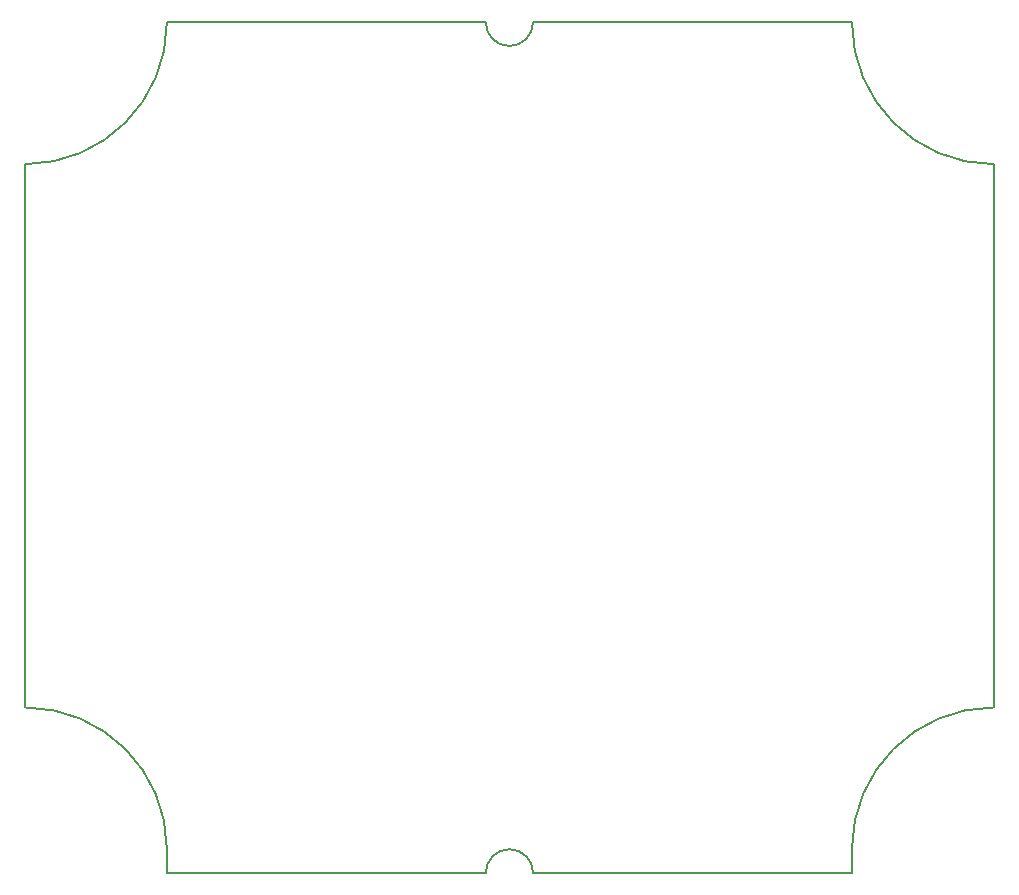
<source format=gm1>
G04 #@! TF.GenerationSoftware,KiCad,Pcbnew,5.1.10-88a1d61d58~90~ubuntu20.04.1*
G04 #@! TF.CreationDate,2021-11-30T20:52:45+01:00*
G04 #@! TF.ProjectId,SRSE2,53525345-322e-46b6-9963-61645f706362,1.1*
G04 #@! TF.SameCoordinates,Original*
G04 #@! TF.FileFunction,Profile,NP*
%FSLAX46Y46*%
G04 Gerber Fmt 4.6, Leading zero omitted, Abs format (unit mm)*
G04 Created by KiCad (PCBNEW 5.1.10-88a1d61d58~90~ubuntu20.04.1) date 2021-11-30 20:52:45*
%MOMM*%
%LPD*%
G01*
G04 APERTURE LIST*
G04 #@! TA.AperFunction,Profile*
%ADD10C,0.150000*%
G04 #@! TD*
G04 APERTURE END LIST*
D10*
X143000000Y-146000000D02*
G75*
G03*
X141000000Y-144000000I-2000000J0D01*
G01*
X141000000Y-144000000D02*
G75*
G03*
X139000000Y-146000000I0J-2000000D01*
G01*
X170000000Y-146000000D02*
X143000000Y-146000000D01*
X170000000Y-144000000D02*
X170000000Y-146000000D01*
X182000000Y-132000000D02*
G75*
G03*
X170000000Y-144000000I0J-12000000D01*
G01*
X112000000Y-144000000D02*
X112000000Y-146000000D01*
X160000000Y-74000000D02*
X170000000Y-74000000D01*
X112000000Y-74000000D02*
X139000000Y-74000000D01*
X141000000Y-76000000D02*
G75*
G03*
X143000000Y-74000000I0J2000000D01*
G01*
X139000000Y-74000000D02*
G75*
G03*
X141000000Y-76000000I2000000J0D01*
G01*
X143000000Y-74000000D02*
X160000000Y-74000000D01*
X112000000Y-144000000D02*
G75*
G03*
X100000000Y-132000000I-12000000J0D01*
G01*
X100000000Y-86000000D02*
X100000000Y-132000000D01*
X182000000Y-86000000D02*
X182000000Y-132000000D01*
X112000000Y-146000000D02*
X139000000Y-146000000D01*
X170000000Y-74000000D02*
G75*
G03*
X182000000Y-86000000I12000000J0D01*
G01*
X100000000Y-86000000D02*
G75*
G03*
X112000000Y-74000000I0J12000000D01*
G01*
M02*

</source>
